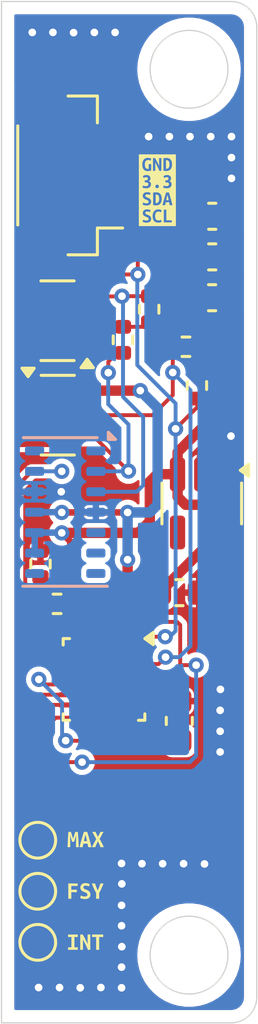
<source format=kicad_pcb>
(kicad_pcb (version 20240108) (generator "pcbnew") (generator_version "8.0")
  (title_block (title "sensor-unit-mpu-v2") (date "2025-05-04") (rev "2.0"))
  (layers (0 "F.Cu" signal) (31 "B.Cu" signal) (34 "B.Paste" user) (35 "F.Paste" user) (36 "B.SilkS" user "B.Silkscreen") (37 "F.SilkS" user "F.Silkscreen") (38 "B.Mask" user) (39 "F.Mask" user) (44 "Edge.Cuts" user))
  (net 0 "")
  (net 1 "GND")
  (net 2 "VDDIO")
  (net 3 "Net-(U82-REGOUT)")
  (net 4 "SDA")
  (net 5 "SCL")
  (net 8 "+1V8")
  (net 9 "SCL_1V8")
  (net 10 "SDA_1V8")
  (net 11 "Net-(U82-AD0{slash}MISO)")
  (net 12 "Net-(U82-FSYNC)")
  (net 13 "Net-(U82-INT)")
  (net 14 "Net-(U83-~{INT})")
  (footprint "Capacitor_SMD:C_0603_1608Metric" (layer "F.Cu") (at 187.565 54.81)
    (property "Reference" "C84" (hide yes))
    (property "Value" "100nF 10V" (hide yes))
    (pad "1" smd roundrect (at -0.775 0) (size 0.9 0.95) (layers "F.Cu" "F.Paste" "F.Mask") (net 2 "VDDIO"))
    (pad "2" smd roundrect (at 0.775 0) (size 0.9 0.95) (layers "F.Cu" "F.Paste" "F.Mask") (net 1 "GND"))
  )
  (footprint "Sensor_Motion:InvenSense_QFN-24_3x3mm_P0.4mm_NoMask" (layer "F.Cu") (at 183.33 69.76 -90)
    (property "Reference" "U82" (hide yes))
    (property "Value" "MPU-9250" (hide yes))
    (pad "1" smd roundrect (at -1.5 -1 270) (size 0.55 0.2) (layers "F.Cu" "F.Paste" "F.Mask") (net 2 "VDDIO"))
    (pad "2" smd roundrect (at -1.5 -0.6 270) (size 0.55 0.2) (layers "F.Cu" "F.Paste" "F.Mask"))
    (pad "3" smd roundrect (at -1.5 -0.2 270) (size 0.55 0.2) (layers "F.Cu" "F.Paste" "F.Mask"))
    (pad "4" smd roundrect (at -1.5 0.2 270) (size 0.55 0.2) (layers "F.Cu" "F.Paste" "F.Mask"))
    (pad "5" smd roundrect (at -1.5 0.6 270) (size 0.55 0.2) (layers "F.Cu" "F.Paste" "F.Mask"))
    (pad "6" smd roundrect (at -1.5 1 270) (size 0.55 0.2) (layers "F.Cu" "F.Paste" "F.Mask"))
    (pad "7" smd roundrect (at -1 1.5) (size 0.55 0.2) (layers "F.Cu" "F.Paste" "F.Mask"))
    (pad "8" smd roundrect (at -0.6 1.5) (size 0.55 0.2) (layers "F.Cu" "F.Paste" "F.Mask") (net 2 "VDDIO"))
    (pad "9" smd roundrect (at -0.2 1.5) (size 0.55 0.2) (layers "F.Cu" "F.Paste" "F.Mask") (net 11 "Net-(U82-AD0{slash}MISO)"))
    (pad "10" smd roundrect (at 0.2 1.5) (size 0.55 0.2) (layers "F.Cu" "F.Paste" "F.Mask") (net 3 "Net-(U82-REGOUT)"))
    (pad "11" smd roundrect (at 0.6 1.5) (size 0.55 0.2) (layers "F.Cu" "F.Paste" "F.Mask") (net 12 "Net-(U82-FSYNC)"))
    (pad "12" smd roundrect (at 1 1.5) (size 0.55 0.2) (layers "F.Cu" "F.Paste" "F.Mask") (net 13 "Net-(U82-INT)"))
    (pad "13" smd roundrect (at 1.5 1 270) (size 0.55 0.2) (layers "F.Cu" "F.Paste" "F.Mask") (net 2 "VDDIO"))
    (pad "14" smd roundrect (at 1.5 0.6 270) (size 0.55 0.2) (layers "F.Cu" "F.Paste" "F.Mask"))
    (pad "15" smd roundrect (at 1.5 0.2 270) (size 0.55 0.2) (layers "F.Cu" "F.Paste" "F.Mask"))
    (pad "16" smd roundrect (at 1.5 -0.2 270) (size 0.55 0.2) (layers "F.Cu" "F.Paste" "F.Mask"))
    (pad "17" smd roundrect (at 1.5 -0.6 270) (size 0.55 0.2) (layers "F.Cu" "F.Paste" "F.Mask"))
    (pad "18" smd roundrect (at 1.5 -1 270) (size 0.55 0.2) (layers "F.Cu" "F.Paste" "F.Mask") (net 1 "GND"))
    (pad "19" smd roundrect (at 1 -1.5) (size 0.55 0.2) (layers "F.Cu" "F.Paste" "F.Mask"))
    (pad "20" smd roundrect (at 0.6 -1.5) (size 0.55 0.2) (layers "F.Cu" "F.Paste" "F.Mask") (net 1 "GND"))
    (pad "21" smd roundrect (at 0.2 -1.5) (size 0.55 0.2) (layers "F.Cu" "F.Paste" "F.Mask"))
    (pad "22" smd roundrect (at -0.2 -1.5) (size 0.55 0.2) (layers "F.Cu" "F.Paste" "F.Mask") (net 2 "VDDIO"))
    (pad "23" smd roundrect (at -0.6 -1.5) (size 0.55 0.2) (layers "F.Cu" "F.Paste" "F.Mask") (net 5 "SCL"))
    (pad "24" smd roundrect (at -1 -1.5) (size 0.55 0.2) (layers "F.Cu" "F.Paste" "F.Mask") (net 4 "SDA"))
    (zone (net 0) (net_name "") (layer "F.Cu") (connect_pads (clearance 0)) (min_thickness 0.254)
      (keepout (tracks not_allowed) (vias not_allowed) (pads not_allowed) (copperpour not_allowed) (footprints allowed))
      (fill (thermal_gap 0.508) (thermal_bridge_width 0.508))
      (polygon (pts (xy 184.125 68.885) (xy 184.125 70.635) (xy 182.535 70.635) (xy 182.535 68.885)))
    )
  )
  (footprint "kibuzzard-6817407C" (layer "F.Cu") (at 182.62 78.05)
    (property "Reference" "kibuzzard-6817407C" (hide yes))
    (property "Value" "G***" (hide yes))
  )
  (footprint "Capacitor_SMD:C_0603_1608Metric" (layer "F.Cu") (at 187.57 51.62)
    (property "Reference" "C81" (hide yes))
    (property "Value" "1uF 16V" (hide yes))
    (pad "1" smd roundrect (at -0.775 0) (size 0.9 0.95) (layers "F.Cu" "F.Paste" "F.Mask") (net 2 "VDDIO"))
    (pad "2" smd roundrect (at 0.775 0) (size 0.9 0.95) (layers "F.Cu" "F.Paste" "F.Mask") (net 1 "GND"))
  )
  (footprint "kibuzzard-680F6A44" (layer "F.Cu") (at 182.61 76.03)
    (property "Reference" "kibuzzard-680F6A44" (hide yes))
    (property "Value" "G***" (hide yes))
  )
  (footprint "kibuzzard-6817376F" (layer "F.Cu") (at 185.42 50.6)
    (property "Reference" "kibuzzard-6817376F" (hide yes))
    (property "Value" "G***" (hide yes))
  )
  (footprint "TestPoint:TestPoint_Pad_D1.0mm" (layer "F.Cu") (at 180.73393 78.0575)
    (property "Reference" "TP81" (hide yes))
    (property "Value" "MPU_FSYNC" (hide yes))
    (pad "1" smd circle (at 0 0) (size 1 1) (layers "F.Cu" "F.Mask") (net 12 "Net-(U82-FSYNC)"))
  )
  (footprint "Resistor_SMD:R_0402_1005Metric" (layer "F.Cu") (at 180.84 65.24 90)
    (property "Reference" "R82" (hide yes))
    (property "Value" "10K" (hide yes))
    (pad "1" smd roundrect (at -0.51 0 90) (size 0.54 0.64) (layers "F.Cu" "F.Paste" "F.Mask") (net 11 "Net-(U82-AD0{slash}MISO)"))
    (pad "2" smd roundrect (at 0.51 0 90) (size 0.54 0.64) (layers "F.Cu" "F.Paste" "F.Mask") (net 1 "GND"))
  )
  (footprint "Package_TO_SOT_SMD:SOT-23-5" (layer "F.Cu") (at 187.16 62.8675 -90)
    (property "Reference" "U81" (hide yes))
    (property "Value" "LN1134A182MR-G" (hide yes))
    (pad "1" smd roundrect (at -1.1375 -0.95 270) (size 1.325 0.6) (layers "F.Cu" "F.Paste" "F.Mask") (net 2 "VDDIO"))
    (pad "2" smd roundrect (at -1.1375 0 270) (size 1.325 0.6) (layers "F.Cu" "F.Paste" "F.Mask") (net 1 "GND"))
    (pad "3" smd roundrect (at -1.1375 0.95 270) (size 1.325 0.6) (layers "F.Cu" "F.Paste" "F.Mask") (net 2 "VDDIO"))
    (pad "4" smd roundrect (at 1.1375 0.95 270) (size 1.325 0.6) (layers "F.Cu" "F.Paste" "F.Mask"))
    (pad "5" smd roundrect (at 1.1375 -0.95 270) (size 1.325 0.6) (layers "F.Cu" "F.Paste" "F.Mask") (net 8 "+1V8"))
  )
  (footprint "Capacitor_SMD:C_0603_1608Metric" (layer "F.Cu") (at 186.28 71.385 90)
    (property "Reference" "C85" (hide yes))
    (property "Value" "100nF 10V" (hide yes))
    (pad "1" smd roundrect (at -0.775 0 90) (size 0.9 0.95) (layers "F.Cu" "F.Paste" "F.Mask") (net 3 "Net-(U82-REGOUT)"))
    (pad "2" smd roundrect (at 0.775 0 90) (size 0.9 0.95) (layers "F.Cu" "F.Paste" "F.Mask") (net 1 "GND"))
  )
  (footprint "Resistor_SMD:R_0402_1005Metric" (layer "F.Cu") (at 186.54 56.73)
    (property "Reference" "R86" (hide yes))
    (property "Value" "10K" (hide yes))
    (pad "1" smd roundrect (at -0.51 0) (size 0.54 0.64) (layers "F.Cu" "F.Paste" "F.Mask") (net 5 "SCL"))
    (pad "2" smd roundrect (at 0.51 0) (size 0.54 0.64) (layers "F.Cu" "F.Paste" "F.Mask") (net 2 "VDDIO"))
  )
  (footprint "Capacitor_SMD:C_0603_1608Metric" (layer "F.Cu") (at 187.57 53.21)
    (property "Reference" "C82" (hide yes))
    (property "Value" "10nF 10V" (hide yes))
    (pad "1" smd roundrect (at -0.775 0) (size 0.9 0.95) (layers "F.Cu" "F.Paste" "F.Mask") (net 2 "VDDIO"))
    (pad "2" smd roundrect (at 0.775 0) (size 0.9 0.95) (layers "F.Cu" "F.Paste" "F.Mask") (net 1 "GND"))
  )
  (footprint "Package_TO_SOT_SMD:SOT-23" (layer "F.Cu") (at 181.5175 59.41)
    (property "Reference" "Q81" (hide yes))
    (property "Value" "BSS138" (hide yes))
    (pad "1" smd roundrect (at -0.9375 -0.95) (size 1.475 0.6) (layers "F.Cu" "F.Paste" "F.Mask") (net 8 "+1V8"))
    (pad "2" smd roundrect (at -0.9375 0.95) (size 1.475 0.6) (layers "F.Cu" "F.Paste" "F.Mask") (net 9 "SCL_1V8"))
    (pad "3" smd roundrect (at 0.9375 0) (size 1.475 0.6) (layers "F.Cu" "F.Paste" "F.Mask") (net 5 "SCL"))
  )
  (footprint "Resistor_SMD:R_0402_1005Metric" (layer "F.Cu") (at 185.1 55.26 90)
    (property "Reference" "R83" (hide yes))
    (property "Value" "10K" (hide yes))
    (pad "1" smd roundrect (at -0.51 0 90) (size 0.54 0.64) (layers "F.Cu" "F.Paste" "F.Mask") (net 8 "+1V8"))
    (pad "2" smd roundrect (at 0.51 0 90) (size 0.54 0.64) (layers "F.Cu" "F.Paste" "F.Mask") (net 10 "SDA_1V8"))
  )
  (footprint "Connector_JST:JST_SH_BM04B-SRSS-TB_1x04-1MP_P1.00mm_Vertical" (layer "F.Cu") (at 181.96 50.02 90)
    (property "Reference" "J81" (hide yes))
    (property "Value" "JST SH1.0" (hide yes))
    (pad "1" smd roundrect (at -1.5 1.325 90) (size 0.6 1.55) (layers "F.Cu" "F.Paste" "F.Mask") (net 4 "SDA"))
    (pad "2" smd roundrect (at -0.5 1.325 90) (size 0.6 1.55) (layers "F.Cu" "F.Paste" "F.Mask") (net 5 "SCL"))
    (pad "3" smd roundrect (at 0.5 1.325 90) (size 0.6 1.55) (layers "F.Cu" "F.Paste" "F.Mask") (net 2 "VDDIO"))
    (pad "4" smd roundrect (at 1.5 1.325 90) (size 0.6 1.55) (layers "F.Cu" "F.Paste" "F.Mask") (net 1 "GND"))
    (pad "MP" smd roundrect (at -2.8 -1.2 90) (size 1.2 1.8) (layers "F.Cu" "F.Paste" "F.Mask") (roundrect_rratio 0.208333))
    (pad "MP" smd roundrect (at 2.8 -1.2 90) (size 1.2 1.8) (layers "F.Cu" "F.Paste" "F.Mask") (roundrect_rratio 0.208333))
  )
  (footprint "TestPoint:TestPoint_Pad_D1.0mm" (layer "F.Cu") (at 180.73393 80.0575)
    (property "Reference" "TP82" (hide yes))
    (property "Value" "MPU_INT" (hide yes))
    (pad "1" smd circle (at 0 0) (size 1 1) (layers "F.Cu" "F.Mask") (net 13 "Net-(U82-INT)"))
  )
  (footprint "TestPoint:TestPoint_Pad_D1.0mm" (layer "F.Cu") (at 180.73393 76.0575)
    (property "Reference" "TP83" (hide yes))
    (property "Value" "MAX_INT" (hide yes))
    (pad "1" smd circle (at 0 0) (size 1 1) (layers "F.Cu" "F.Mask") (net 14 "Net-(U83-~{INT})"))
  )
  (footprint "kibuzzard-68174073" (layer "F.Cu") (at 182.61 80.05)
    (property "Reference" "kibuzzard-68174073" (hide yes))
    (property "Value" "G***" (hide yes))
  )
  (footprint "Resistor_SMD:R_0402_1005Metric" (layer "F.Cu") (at 181.49 66.8 180)
    (property "Reference" "R81" (hide yes))
    (property "Value" "DNP" (hide yes))
    (pad "1" smd roundrect (at -0.51 0 180) (size 0.54 0.64) (layers "F.Cu" "F.Paste" "F.Mask") (net 2 "VDDIO"))
    (pad "2" smd roundrect (at 0.51 0 180) (size 0.54 0.64) (layers "F.Cu" "F.Paste" "F.Mask") (net 11 "Net-(U82-AD0{slash}MISO)"))
  )
  (footprint "Package_TO_SOT_SMD:SOT-23" (layer "F.Cu") (at 181.5075 55.71 180)
    (property "Reference" "Q82" (hide yes))
    (property "Value" "BSS138" (hide yes))
    (pad "1" smd roundrect (at -0.9375 -0.95 180) (size 1.475 0.6) (layers "F.Cu" "F.Paste" "F.Mask") (net 8 "+1V8"))
    (pad "2" smd roundrect (at -0.9375 0.95 180) (size 1.475 0.6) (layers "F.Cu" "F.Paste" "F.Mask") (net 10 "SDA_1V8"))
    (pad "3" smd roundrect (at 0.9375 0 180) (size 1.475 0.6) (layers "F.Cu" "F.Paste" "F.Mask") (net 4 "SDA"))
  )
  (footprint "Capacitor_SMD:C_0603_1608Metric" (layer "F.Cu") (at 186.285 66.36)
    (property "Reference" "C83" (hide yes))
    (property "Value" "2.2uF 16V" (hide yes))
    (pad "1" smd roundrect (at -0.775 0) (size 0.9 0.95) (layers "F.Cu" "F.Paste" "F.Mask") (net 8 "+1V8"))
    (pad "2" smd roundrect (at 0.775 0) (size 0.9 0.95) (layers "F.Cu" "F.Paste" "F.Mask") (net 1 "GND"))
  )
  (footprint "Resistor_SMD:R_0402_1005Metric" (layer "F.Cu") (at 184.07 56.46 -90)
    (property "Reference" "R84" (hide yes))
    (property "Value" "10K" (hide yes))
    (pad "1" smd roundrect (at -0.51 0 270) (size 0.54 0.64) (layers "F.Cu" "F.Paste" "F.Mask") (net 8 "+1V8"))
    (pad "2" smd roundrect (at 0.51 0 270) (size 0.54 0.64) (layers "F.Cu" "F.Paste" "F.Mask") (net 9 "SCL_1V8"))
  )
  (footprint "Resistor_SMD:R_0402_1005Metric" (layer "F.Cu") (at 186.97 58.25 90)
    (property "Reference" "R85" (hide yes))
    (property "Value" "10K" (hide yes))
    (pad "1" smd roundrect (at -0.51 0 90) (size 0.54 0.64) (layers "F.Cu" "F.Paste" "F.Mask") (net 4 "SDA"))
    (pad "2" smd roundrect (at 0.51 0 90) (size 0.54 0.64) (layers "F.Cu" "F.Paste" "F.Mask") (net 2 "VDDIO"))
  )
  (footprint "OptoDevice:Maxim_OLGA-14_3.3x5.6mm_P0.8mm" (layer "B.Cu") (at 181.81 63.21 180)
    (property "Reference" "U83" (hide yes))
    (property "Value" "MAX30102" (hide yes))
    (pad "1" smd roundrect (at -1.2 2.4 180) (size 0.75 0.35) (layers "B.Cu" "B.Paste" "B.Mask"))
    (pad "2" smd roundrect (at -1.2 1.6 180) (size 0.75 0.35) (layers "B.Cu" "B.Paste" "B.Mask") (net 9 "SCL_1V8"))
    (pad "3" smd roundrect (at -1.2 0.8 180) (size 0.75 0.35) (layers "B.Cu" "B.Paste" "B.Mask") (net 10 "SDA_1V8"))
    (pad "4" smd roundrect (at -1.2 0 180) (size 0.75 0.35) (layers "B.Cu" "B.Paste" "B.Mask") (net 1 "GND"))
    (pad "5" smd roundrect (at -1.2 -0.8 180) (size 0.75 0.35) (layers "B.Cu" "B.Paste" "B.Mask"))
    (pad "6" smd roundrect (at -1.2 -1.6 180) (size 0.75 0.35) (layers "B.Cu" "B.Paste" "B.Mask"))
    (pad "7" smd roundrect (at -1.2 -2.4 180) (size 0.75 0.35) (layers "B.Cu" "B.Paste" "B.Mask"))
    (pad "8" smd roundrect (at 1.2 -2.4 180) (size 0.75 0.35) (layers "B.Cu" "B.Paste" "B.Mask"))
    (pad "9" smd roundrect (at 1.2 -1.6 180) (size 0.75 0.35) (layers "B.Cu" "B.Paste" "B.Mask") (net 2 "VDDIO"))
    (pad "10" smd roundrect (at 1.2 -0.8 180) (size 0.75 0.35) (layers "B.Cu" "B.Paste" "B.Mask") (net 2 "VDDIO"))
    (pad "11" smd roundrect (at 1.2 0 180) (size 0.75 0.35) (layers "B.Cu" "B.Paste" "B.Mask") (net 8 "+1V8"))
    (pad "12" smd roundrect (at 1.2 0.8 180) (size 0.75 0.35) (layers "B.Cu" "B.Paste" "B.Mask") (net 1 "GND"))
    (pad "13" smd roundrect (at 1.2 1.6 180) (size 0.75 0.35) (layers "B.Cu" "B.Paste" "B.Mask") (net 14 "Net-(U83-~{INT})"))
    (pad "14" smd roundrect (at 1.2 2.4 180) (size 0.75 0.35) (layers "B.Cu" "B.Paste" "B.Mask"))
  )
  (gr_line (start 188.314195 83.209375) (end 179.314195 83.209375) (stroke (width 0.05)) (layer "Edge.Cuts"))
  (gr_arc (start 188.314195 43.209375) (mid 189.021302 43.502268) (end 189.314195 44.209375) (stroke (width 0.05)) (layer "Edge.Cuts"))
  (gr_line (start 179.314195 83.209375) (end 179.314195 43.209375) (stroke (width 0.05)) (layer "Edge.Cuts"))
  (gr_circle (center 186.66107 80.55625) (end 188.18507 80.55625) (stroke (width 0.05)) (fill none) (layer "Edge.Cuts"))
  (gr_circle (center 186.66107 45.8625) (end 186.66107 44.3385) (stroke (width 0.05)) (fill none) (layer "Edge.Cuts"))
  (gr_line (start 189.314195 44.209375) (end 189.314195 82.209375) (stroke (width 0.05)) (layer "Edge.Cuts"))
  (gr_arc (start 189.314195 82.209375) (mid 189.021302 82.916482) (end 188.314195 83.209375) (stroke (width 0.05)) (layer "Edge.Cuts"))
  (gr_line (start 179.314195 43.209375) (end 188.314195 43.209375) (stroke (width 0.05)) (layer "Edge.Cuts"))
  (segment (start 187.994196 60.229375) (end 188.304195 60.229375) (width 0.4064) (layer "F.Cu") (net 1))
  (segment (start 187.164195 61.059376) (end 187.994196 60.229375) (width 0.4064) (layer "F.Cu") (net 1))
  (segment (start 187.164195 61.721875) (end 187.164195 61.059376) (width 0.4064) (layer "F.Cu") (net 1))
  (via (at 184.8175 76.9775) (size 0.6) (drill 0.3) (layers "F.Cu" "B.Cu") (net 1))
  (via (at 181.5875 81.8275) (size 0.6) (drill 0.3) (layers "F.Cu" "B.Cu") (net 1))
  (via (at 184.0175 79.4075) (size 0.6) (drill 0.3) (layers "F.Cu" "B.Cu") (net 1))
  (via (at 181.654195 62.409375) (size 0.6) (drill 0.3) (layers "F.Cu" "B.Cu") (net 1))
  (via (at 187.511395 48.499375) (size 0.6) (drill 0.3) (layers "F.Cu" "B.Cu") (net 1))
  (via (at 183.764195 44.419375) (size 0.6) (drill 0.3) (layers "F.Cu" "B.Cu") (net 1))
  (via (at 184.0175 81.0275) (size 0.6) (drill 0.3) (layers "F.Cu" "B.Cu") (net 1))
  (via (at 188.304195 60.229375) (size 0.6) (drill 0.3) (layers "F.Cu" "B.Cu") (net 1))
  (via (at 180.7675 81.8275) (size 0.6) (drill 0.3) (layers "F.Cu" "B.Cu") (net 1))
  (via (at 182.3975 81.8375) (size 0.6) (drill 0.3) (layers "F.Cu" "B.Cu") (net 1))
  (via (at 185.6275 76.9775) (size 0.6) (drill 0.3) (layers "F.Cu" "B.Cu") (net 1))
  (via (at 181.3275 44.4175) (size 0.6) (drill 0.3) (layers "F.Cu" "B.Cu") (net 1))
  (via (at 188.324195 50.134975) (size 0.6) (drill 0.3) (layers "F.Cu" "B.Cu") (net 1))
  (via (at 182.951395 44.419375) (size 0.6) (drill 0.3) (layers "F.Cu" "B.Cu") (net 1))
  (via (at 184.0175 76.9675) (size 0.6) (drill 0.3) (layers "F.Cu" "B.Cu") (net 1))
  (via (at 184.0275 80.2275) (size 0.6) (drill 0.3) (layers "F.Cu" "B.Cu") (net 1))
  (via (at 184.0275 77.7675) (size 0.6) (drill 0.3) (layers "F.Cu" "B.Cu") (net 1))
  (via (at 188.324195 48.499375) (size 0.6) (drill 0.3) (layers "F.Cu" "B.Cu") (net 1))
  (via (at 186.4475 76.9775) (size 0.6) (drill 0.3) (layers "F.Cu" "B.Cu") (net 1))
  (via (at 184.0175 78.6075) (size 0.6) (drill 0.3) (layers "F.Cu" "B.Cu") (net 1))
  (via (at 187.88 70.97) (size 0.6) (drill 0.3) (layers "F.Cu" "B.Cu") (net 1))
  (via (at 187.2675 76.9875) (size 0.6) (drill 0.3) (layers "F.Cu" "B.Cu") (net 1))
  (via (at 185.891395 48.499375) (size 0.6) (drill 0.3) (layers "F.Cu" "B.Cu") (net 1))
  (via (at 183.2075 81.8275) (size 0.6) (drill 0.3) (layers "F.Cu" "B.Cu") (net 1))
  (via (at 185.078595 48.499375) (size 0.6) (drill 0.3) (layers "F.Cu" "B.Cu") (net 1))
  (via (at 180.518595 44.419375) (size 0.6) (drill 0.3) (layers "F.Cu" "B.Cu") (net 1))
  (via (at 184.0175 81.8375) (size 0.6) (drill 0.3) (layers "F.Cu" "B.Cu") (net 1))
  (via (at 182.1375 44.4275) (size 0.6) (drill 0.3) (layers "F.Cu" "B.Cu") (net 1))
  (via (at 187.88 71.79) (size 0.6) (drill 0.3) (layers "F.Cu" "B.Cu") (net 1))
  (via (at 187.88 72.6) (size 0.6) (drill 0.3) (layers "F.Cu" "B.Cu") (net 1))
  (via (at 188.324195 49.322175) (size 0.6) (drill 0.3) (layers "F.Cu" "B.Cu") (net 1))
  (via (at 187.89 70.15) (size 0.6) (drill 0.3) (layers "F.Cu" "B.Cu") (net 1))
  (via (at 186.698595 48.499375) (size 0.6) (drill 0.3) (layers "F.Cu" "B.Cu") (net 1))
  (segment (start 181.654195 62.409375) (end 181.750907 62.409375) (width 0.254) (layer "B.Cu") (net 1))
  (segment (start 181.750907 62.409375) (end 182.550907 63.209375) (width 0.254) (layer "B.Cu") (net 1))
  (segment (start 182.550907 63.209375) (end 183.014195 63.209375) (width 0.254) (layer "B.Cu") (net 1))
  (segment (start 180.614195 62.409375) (end 181.654195 62.409375) (width 0.254) (layer "B.Cu") (net 1))
  (segment (start 182.0075 66.7975) (end 184.0975 66.7975) (width 0.1524) (layer "F.Cu") (net 2))
  (segment (start 184.3275 67.0275) (end 184.3275 67.7075) (width 0.1524) (layer "F.Cu") (net 2))
  (segment (start 181.1975 67.6075) (end 182.0075 66.7975) (width 0.1524) (layer "F.Cu") (net 2))
  (segment (start 181.2513 72.6913) (end 181.56 73) (width 0.1524) (layer "F.Cu") (net 2))
  (segment (start 186.214195 61.721875) (end 186.214195 62.609375) (width 0.4064) (layer "F.Cu") (net 2))
  (segment (start 187.784195 56.729375) (end 187.784195 57.739375) (width 0.4064) (layer "F.Cu") (net 2))
  (segment (start 186.789195 55.334375) (end 187.784195 56.329375) (width 0.4064) (layer "F.Cu") (net 2))
  (segment (start 186.214195 62.609375) (end 186.524195 62.919375) (width 0.4064) (layer "F.Cu") (net 2))
  (segment (start 186.799195 50.064375) (end 186.799195 51.619375) (width 0.4064) (layer "F.Cu") (net 2))
  (segment (start 186.322704 69.2) (end 186.315639 69.207065) (width 0.1524) (layer "F.Cu") (net 2))
  (segment (start 187.834195 62.919375) (end 188.114195 62.639375) (width 0.4064) (layer "F.Cu") (net 2))
  (segment (start 185.124195 63.569375) (end 184.674192 64.019378) (width 0.4064) (layer "F.Cu") (net 2))
  (segment (start 186.315639 67.625639) (end 186.1975 67.5075) (width 0.1524) (layer "F.Cu") (net 2))
  (segment (start 182.0075 66.7975) (end 182.0075 64.352683) (width 0.254) (layer "F.Cu") (net 2))
  (segment (start 185.965204 69.5575) (end 186.315639 69.207065) (width 0.1524) (layer "F.Cu") (net 2))
  (segment (start 188.114195 62.639375) (end 188.114195 61.721875) (width 0.4064) (layer "F.Cu") (net 2))
  (segment (start 182.0075 64.352683) (end 181.674195 64.019378) (width 0.254) (layer "F.Cu") (net 2))
  (segment (start 185.124195 62.009375) (end 185.124195 63.569375) (width 0.4064) (layer "F.Cu") (net 2))
  (segment (start 186.1975 67.5075) (end 184.5275 67.5075) (width 0.1524) (layer "F.Cu") (net 2))
  (segment (start 187.784195 59.289375) (end 186.214195 60.859375) (width 0.4064) (layer "F.Cu") (net 2))
  (segment (start 186.789195 54.809375) (end 186.789195 55.334375) (width 0.4064) (layer "F.Cu") (net 2))
  (segment (start 184.3275 67.7075) (end 184.3275 68.2575) (width 0.1524) (layer "F.Cu") (net 2))
  (segment (start 186.94 69.2) (end 186.322704 69.2) (width 0.1524) (layer "F.Cu") (net 2))
  (segment (start 181.4425 71.2575) (end 181.2513 71.4487) (width 0.1524) (layer "F.Cu") (net 2))
  (segment (start 186.984195 57.739375) (end 187.784195 57.739375) (width 0.1524) (layer "F.Cu") (net 2))
  (segment (start 186.789195 54.669375) (end 186.789195 54.809375) (width 0.4064) (layer "F.Cu") (net 2))
  (segment (start 186.984195 57.739375) (end 186.984195 56.789375) (width 0.1524) (layer "F.Cu") (net 2))
  (segment (start 186.524195 62.919375) (end 187.834195 62.919375) (width 0.4064) (layer "F.Cu") (net 2))
  (segment (start 181.8275 69.1575) (end 181.489796 69.1575) (width 0.1524) (layer "F.Cu") (net 2))
  (segment (start 185.411695 61.721875) (end 185.124195 62.009375) (width 0.4064) (layer "F.Cu") (net 2))
  (segment (start 183.279195 49.519375) (end 186.254195 49.519375) (width 0.4064) (layer "F.Cu") (net 2))
  (segment (start 186.214195 61.721875) (end 185.411695 61.721875) (width 0.4064) (layer "F.Cu") (net 2))
  (segment (start 187.044195 56.729375) (end 187.784195 56.729375) (width 0.1524) (layer "F.Cu") (net 2))
  (segment (start 184.5275 67.5075) (end 184.3275 67.7075) (width 0.1524) (layer "F.Cu") (net 2))
  (segment (start 184.0975 66.7975) (end 184.3275 67.0275) (width 0.1524) (layer "F.Cu") (net 2))
  (segment (start 187.784195 56.329375) (end 187.784195 56.729375) (width 0.4064) (layer "F.Cu") (net 2))
  (segment (start 186.254195 49.519375) (end 186.799195 50.064375) (width 0.4064) (layer "F.Cu") (net 2))
  (segment (start 184.674192 64.019378) (end 181.674195 64.019378) (width 0.4064) (layer "F.Cu") (net 2))
  (segment (start 181.489796 69.1575) (end 181.1975 68.865204) (width 0.1524) (layer "F.Cu") (net 2))
  (segment (start 184.8275 69.5575) (end 185.965204 69.5575) (width 0.1524) (layer "F.Cu") (net 2))
  (segment (start 182.3275 71.2575) (end 181.4425 71.2575) (width 0.1524) (layer "F.Cu") (net 2))
  (segment (start 186.315639 69.207065) (end 186.315639 67.625639) (width 0.1524) (layer "F.Cu") (net 2))
  (segment (start 186.984195 56.789375) (end 187.044195 56.729375) (width 0.1524) (layer "F.Cu") (net 2))
  (segment (start 187.784195 57.739375) (end 187.784195 59.289375) (width 0.4064) (layer "F.Cu") (net 2))
  (segment (start 181.56 73) (end 182.47 73) (width 0.1524) (layer "F.Cu") (net 2))
  (segment (start 186.799195 51.619375) (end 186.799195 54.659375) (width 0.4064) (layer "F.Cu") (net 2))
  (segment (start 186.214195 60.859375) (end 186.214195 61.721875) (width 0.4064) (layer "F.Cu") (net 2))
  (segment (start 181.2513 71.4487) (end 181.2513 72.6913) (width 0.1524) (layer "F.Cu") (net 2))
  (segment (start 181.1975 68.865204) (end 181.1975 67.6075) (width 0.1524) (layer "F.Cu") (net 2))
  (via (at 186.94 69.2) (size 0.6) (drill 0.3) (layers "F.Cu" "B.Cu") (net 2))
  (via (at 181.674195 64.019378) (size 0.6) (drill 0.3) (layers "F.Cu" "B.Cu") (net 2))
  (via (at 182.47 73) (size 0.6) (drill 0.3) (layers "F.Cu" "B.Cu") (net 2))
  (segment (start 180.614195 64.009375) (end 181.664192 64.009375) (width 0.254) (layer "B.Cu") (net 2))
  (segment (start 186.69 73) (end 186.94 72.75) (width 0.1524) (layer "B.Cu") (net 2))
  (segment (start 181.664192 64.009375) (end 181.674195 64.019378) (width 0.254) (layer "B.Cu") (net 2))
  (segment (start 186.94 72.75) (end 186.94 69.2) (width 0.1524) (layer "B.Cu") (net 2))
  (segment (start 182.47 73) (end 186.69 73) (width 0.1524) (layer "B.Cu") (net 2))
  (segment (start 180.614195 64.809375) (end 180.614195 64.009375) (width 0.254) (layer "B.Cu") (net 2))
  (segment (start 186.2875 72.1625) (end 181.8325 72.1625) (width 0.1524) (layer "F.Cu") (net 3))
  (segment (start 180.777028 69.757972) (end 180.976556 69.9575) (width 0.1524) (layer "F.Cu") (net 3))
  (segment (start 180.976556 69.9575) (end 181.8275 69.9575) (width 0.1524) (layer "F.Cu") (net 3))
  (segment (start 181.8325 72.1625) (end 181.8275 72.1575) (width 0.1524) (layer "F.Cu") (net 3))
  (via (at 181.8275 72.1575) (size 0.6) (drill 0.3) (layers "F.Cu" "B.Cu") (net 3))
  (via (at 180.777028 69.757972) (size 0.6) (drill 0.3) (layers "F.Cu" "B.Cu") (net 3))
  (segment (start 181.6875 72.0175) (end 181.6875 70.668444) (width 0.1524) (layer "B.Cu") (net 3))
  (segment (start 181.8275 72.1575) (end 181.6875 72.0175) (width 0.1524) (layer "B.Cu") (net 3))
  (segment (start 181.6875 70.668444) (end 180.777028 69.757972) (width 0.1524) (layer "B.Cu") (net 3))
  (segment (start 186.984195 58.759375) (end 186.984195 59.094901) (width 0.1524) (layer "F.Cu") (net 4))
  (segment (start 184.654195 53.899375) (end 184.654195 51.819375) (width 0.1524) (layer "F.Cu") (net 4))
  (segment (start 184.8275 68.3275) (end 184.8275 68.7575) (width 0.1524) (layer "F.Cu") (net 4))
  (segment (start 184.654195 53.899375) (end 180.964195 53.899375) (width 0.1524) (layer "F.Cu") (net 4))
  (segment (start 184.654195 51.819375) (end 184.354195 51.519375) (width 0.1524) (layer "F.Cu") (net 4))
  (segment (start 185.0675 68.0875) (end 184.8275 68.3275) (width 0.1524) (layer "F.Cu") (net 4))
  (segment (start 185.7275 68.0875) (end 185.0675 68.0875) (width 0.1524) (layer "F.Cu") (net 4))
  (segment (start 180.964195 53.899375) (end 180.576695 54.286875) (width 0.1524) (layer "F.Cu") (net 4))
  (segment (start 184.354195 51.519375) (end 183.279195 51.519375) (width 0.1524) (layer "F.Cu") (net 4))
  (segment (start 180.576695 54.286875) (end 180.576695 55.709375) (width 0.1524) (layer "F.Cu") (net 4))
  (segment (start 186.984195 59.094901) (end 186.134195 59.944901) (width 0.1524) (layer "F.Cu") (net 4))
  (via (at 185.7275 68.0875) (size 0.6) (drill 0.3) (layers "F.Cu" "B.Cu") (net 4))
  (via (at 184.654195 53.899375) (size 0.6) (drill 0.3) (layers "F.Cu" "B.Cu") (net 4))
  (via (at 186.134195 59.944901) (size 0.6) (drill 0.3) (layers "F.Cu" "B.Cu") (net 4))
  (segment (start 186.134195 67.860805) (end 186.134195 59.944901) (width 0.1524) (layer "B.Cu") (net 4))
  (segment (start 185.7275 68.0875) (end 185.9075 68.0875) (width 0.1524) (layer "B.Cu") (net 4))
  (segment (start 186.134195 58.949375) (end 186.134195 59.944901) (width 0.1524) (layer "B.Cu") (net 4))
  (segment (start 184.634195 53.919375) (end 184.634195 57.449375) (width 0.1524) (layer "B.Cu") (net 4))
  (segment (start 185.9075 68.0875) (end 186.134195 67.860805) (width 0.1524) (layer "B.Cu") (net 4))
  (segment (start 184.654195 53.899375) (end 184.634195 53.919375) (width 0.1524) (layer "B.Cu") (net 4))
  (segment (start 184.634195 57.449375) (end 186.134195 58.949375) (width 0.1524) (layer "B.Cu") (net 4))
  (segment (start 185.814195 50.929375) (end 185.404195 50.519375) (width 0.1524) (layer "F.Cu") (net 5))
  (segment (start 185.739439 68.887414) (end 185.469353 69.1575) (width 0.1524) (layer "F.Cu") (net 5))
  (segment (start 186.024195 57.739375) (end 186.024195 56.729375) (width 0.1524) (layer "F.Cu") (net 5))
  (segment (start 186.024195 58.619375) (end 186.024195 57.739375) (width 0.1524) (layer "F.Cu") (net 5))
  (segment (start 185.469353 69.1575) (end 184.8275 69.1575) (width 0.1524) (layer "F.Cu") (net 5))
  (segment (start 185.234195 59.409375) (end 186.024195 58.619375) (width 0.1524) (layer "F.Cu") (net 5))
  (segment (start 182.454195 59.409375) (end 185.234195 59.409375) (width 0.1524) (layer "F.Cu") (net 5))
  (segment (start 185.814195 56.519375) (end 185.814195 50.929375) (width 0.1524) (layer "F.Cu") (net 5))
  (segment (start 185.404195 50.519375) (end 183.279195 50.519375) (width 0.1524) (layer "F.Cu") (net 5))
  (segment (start 186.024195 56.729375) (end 185.814195 56.519375) (width 0.1524) (layer "F.Cu") (net 5))
  (via (at 186.024195 57.739375) (size 0.6) (drill 0.3) (layers "F.Cu" "B.Cu") (net 5))
  (via (at 185.739439 68.887414) (size 0.6) (drill 0.3) (layers "F.Cu" "B.Cu") (net 5))
  (segment (start 186.277586 68.887414) (end 186.7175 68.4475) (width 0.1524) (layer "B.Cu") (net 5))
  (segment (start 186.7175 58.43268) (end 186.024195 57.739375) (width 0.1524) (layer "B.Cu") (net 5))
  (segment (start 185.739439 68.887414) (end 186.277586 68.887414) (width 0.1524) (layer "B.Cu") (net 5))
  (segment (start 186.7175 68.4475) (end 186.7175 58.43268) (width 0.1524) (layer "B.Cu") (net 5))
  (segment (start 182.379195 56.659375) (end 182.451695 56.659375) (width 0.4064) (layer "F.Cu") (net 8))
  (segment (start 180.579195 58.459375) (end 182.379195 56.659375) (width 0.4064) (layer "F.Cu") (net 8))
  (segment (start 184.254195 65.984195) (end 184.6275 66.3575) (width 0.4064) (layer "F.Cu") (net 8))
  (segment (start 185.5075 66.3575) (end 187.86 64.005) (width 0.4064) (layer "F.Cu") (net 8))
  (segment (start 188.1175 63.9975) (end 188.1175 63.9925) (width 0.4064) (layer "F.Cu") (net 8))
  (segment (start 187.86 64.005) (end 188.11 64.005) (width 0.4064) (layer "F.Cu") (net 8))
  (segment (start 180.589195 58.449375) (end 180.579195 58.459375) (width 0.4064) (layer "F.Cu") (net 8))
  (segment (start 184.074195 55.949375) (end 184.924195 55.949375) (width 0.1524) (layer "F.Cu") (net 8))
  (segment (start 184.254195 65.069375) (end 184.254195 65.984195) (width 0.4064) (layer "F.Cu") (net 8))
  (segment (start 184.6275 66.3575) (end 185.5075 66.3575) (width 0.4064) (layer "F.Cu") (net 8))
  (segment (start 183.151695 55.959375) (end 182.441695 56.669375) (width 0.1524) (layer "F.Cu") (net 8))
  (segment (start 183.834195 55.959375) (end 183.151695 55.959375) (width 0.1524) (layer "F.Cu") (net 8))
  (segment (start 184.254195 63.219375) (end 181.674195 63.219375) (width 0.254) (layer "F.Cu") (net 8))
  (segment (start 184.924195 55.949375) (end 185.104195 55.769375) (width 0.1524) (layer "F.Cu") (net 8))
  (segment (start 184.750595 58.449375) (end 180.589195 58.449375) (width 0.4064) (layer "F.Cu") (net 8))
  (via (at 184.750595 58.449375) (size 0.6) (drill 0.3) (layers "F.Cu" "B.Cu") (net 8))
  (via (at 184.254195 63.219375) (size 0.6) (drill 0.3) (layers "F.Cu" "B.Cu") (net 8))
  (via (at 184.254195 65.069375) (size 0.6) (drill 0.3) (layers "F.Cu" "B.Cu") (net 8))
  (via (at 181.674195 63.219375) (size 0.6) (drill 0.3) (layers "F.Cu" "B.Cu") (net 8))
  (segment (start 185.430995 62.912575) (end 185.124195 63.219375) (width 0.4064) (layer "B.Cu") (net 8))
  (segment (start 184.750595 58.449375) (end 185.434195 59.132975) (width 0.4064) (layer "B.Cu") (net 8))
  (segment (start 181.664195 63.209375) (end 181.674195 63.219375) (width 0.254) (layer "B.Cu") (net 8))
  (segment (start 185.434195 59.132975) (end 185.434195 59.2449) (width 0.4064) (layer "B.Cu") (net 8))
  (segment (start 184.254195 65.069375) (end 184.254195 63.219375) (width 0.4064) (layer "B.Cu") (net 8))
  (segment (start 185.430995 59.2481) (end 185.430995 62.912575) (width 0.4064) (layer "B.Cu") (net 8))
  (segment (start 185.434195 59.2449) (end 185.430995 59.2481) (width 0.4064) (layer "B.Cu") (net 8))
  (segment (start 180.614195 63.209375) (end 181.664195 63.209375) (width 0.254) (layer "B.Cu") (net 8))
  (segment (start 185.124195 63.219375) (end 184.254195 63.219375) (width 0.4064) (layer "B.Cu") (net 8))
  (segment (start 183.497995 57.315575) (end 183.834195 56.979375) (width 0.1524) (layer "F.Cu") (net 9))
  (segment (start 183.047995 60.359375) (end 180.579195 60.359375) (width 0.1524) (layer "F.Cu") (net 9))
  (segment (start 183.497995 57.746175) (end 183.497995 57.315575) (width 0.1524) (layer "F.Cu") (net 9))
  (segment (start 184.287995 61.599375) (end 183.047995 60.359375) (width 0.1524) (layer "F.Cu") (net 9))
  (via (at 183.497995 57.746175) (size 0.6) (drill 0.3) (layers "F.Cu" "B.Cu") (net 9))
  (via (at 184.287995 61.599375) (size 0.6) (drill 0.3) (layers "F.Cu" "B.Cu") (net 9))
  (segment (start 184.287995 61.599375) (end 184.277995 61.609375) (width 0.1524) (layer "B.Cu") (net 9))
  (segment (start 184.287995 59.773175) (end 183.494195 58.979375) (width 0.1524) (layer "B.Cu") (net 9))
  (segment (start 183.494195 58.979375) (end 183.494195 57.749975) (width 0.1524) (layer "B.Cu") (net 9))
  (segment (start 184.277995 61.609375) (end 183.014195 61.609375) (width 0.1524) (layer "B.Cu") (net 9))
  (segment (start 183.494195 57.749975) (end 183.497995 57.746175) (width 0.1524) (layer "B.Cu") (net 9))
  (segment (start 184.287995 61.599375) (end 184.287995 59.773175) (width 0.1524) (layer "B.Cu") (net 9))
  (segment (start 184.024195 54.759375) (end 182.451695 54.759375) (width 0.1524) (layer "F.Cu") (net 10))
  (segment (start 184.034195 54.749375) (end 184.024195 54.759375) (width 0.1524) (layer "F.Cu") (net 10))
  (segment (start 185.104195 54.749375) (end 184.034195 54.749375) (width 0.1524) (layer "F.Cu") (net 10))
  (via (at 184.034195 54.749375) (size 0.6) (drill 0.3) (layers "F.Cu" "B.Cu") (net 10))
  (segment (start 184.074195 54.789375) (end 184.074195 58.694375) (width 0.1524) (layer "B.Cu") (net 10))
  (segment (start 184.034195 54.749375) (end 184.074195 54.789375) (width 0.1524) (layer "B.Cu") (net 10))
  (segment (start 184.074195 58.694375) (end 184.864195 59.484375) (width 0.1524) (layer "B.Cu") (net 10))
  (segment (start 184.614195 62.409375) (end 183.014195 62.409375) (width 0.1524) (layer "B.Cu") (net 10))
  (segment (start 184.864195 59.484375) (end 184.864195 62.159375) (width 0.1524) (layer "B.Cu") (net 10))
  (segment (start 184.864195 62.159375) (end 184.614195 62.409375) (width 0.1524) (layer "B.Cu") (net 10))
  (segment (start 180.9875 65.8875) (end 180.8475 65.7475) (width 0.1524) (layer "F.Cu") (net 11))
  (segment (start 180.8451 69.011173) (end 180.8451 66.9399) (width 0.1524) (layer "F.Cu") (net 11))
  (segment (start 180.9875 66.7975) (end 180.9875 65.8875) (width 0.1524) (layer "F.Cu") (net 11))
  (segment (start 181.8275 69.5575) (end 181.391427 69.5575) (width 0.1524) (layer "F.Cu") (net 11))
  (segment (start 181.391427 69.5575) (end 180.8451 69.011173) (width 0.1524) (layer "F.Cu") (net 11))
  (segment (start 180.8451 66.9399) (end 180.9875 66.7975) (width 0.1524) (layer "F.Cu") (net 11))
  (segment (start 181.8275 70.3575) (end 180.7425 70.3575) (width 0.1524) (layer "F.Cu") (net 12))
  (segment (start 180.28 73.64) (end 182.02 75.38) (width 0.1524) (layer "F.Cu") (net 12))
  (segment (start 182.02 77.76) (end 181.7225 78.0575) (width 0.1524) (layer "F.Cu") (net 12))
  (segment (start 181.7225 78.0575) (end 180.7375 78.0575) (width 0.1524) (layer "F.Cu") (net 12))
  (segment (start 180.28 70.82) (end 180.28 73.64) (width 0.1524) (layer "F.Cu") (net 12))
  (segment (start 182.02 75.38) (end 182.02 77.76) (width 0.1524) (layer "F.Cu") (net 12))
  (segment (start 180.7425 70.3575) (end 180.28 70.82) (width 0.1524) (layer "F.Cu") (net 12))
  (segment (start 181.8275 70.7575) (end 181.1225 70.7575) (width 0.1524) (layer "F.Cu") (net 13))
  (segment (start 182.1625 80.0575) (end 180.7375 80.0575) (width 0.1524) (layer "F.Cu") (net 13))
  (segment (start 180.74 73.31) (end 182.53 75.1) (width 0.1524) (layer "F.Cu") (net 13))
  (segment (start 182.53 79.69) (end 182.1625 80.0575) (width 0.1524) (layer "F.Cu") (net 13))
  (segment (start 180.74 71.14) (end 180.74 73.31) (width 0.1524) (layer "F.Cu") (net 13))
  (segment (start 182.53 75.1) (end 182.53 79.69) (width 0.1524) (layer "F.Cu") (net 13))
  (segment (start 181.1225 70.7575) (end 180.74 71.14) (width 0.1524) (layer "F.Cu") (net 13))
  (segment (start 181.674195 61.609375) (end 180.504195 61.609375) (width 0.1524) (layer "F.Cu") (net 14))
  (segment (start 180.504195 61.609375) (end 179.890395 62.223175) (width 0.1524) (layer "F.Cu") (net 14))
  (segment (start 179.890395 62.223175) (end 179.890395 75.210395) (width 0.1524) (layer "F.Cu") (net 14))
  (segment (start 179.890395 75.210395) (end 180.7375 76.0575) (width 0.1524) (layer "F.Cu") (net 14))
  (via (at 181.674195 61.609375) (size 0.6) (drill 0.3) (layers "F.Cu" "B.Cu") (net 14))
  (segment (start 180.614195 61.609375) (end 181.674195 61.609375) (width 0.1524) (layer "B.Cu") (net 14))
  (zone (net 1) (net_name "GND") (layers "F&B.Cu") (name "GND") (connect_pads (clearance 0.1)) (min_thickness 0.1) (fill yes (thermal_gap 0.1) (thermal_bridge_width 0.254))
    (polygon (pts (xy 179.314195 43.209375) (xy 189.314195 43.209375) (xy 189.314195 83.209375) (xy 179.314195 83.209375)))
  )
)
</source>
